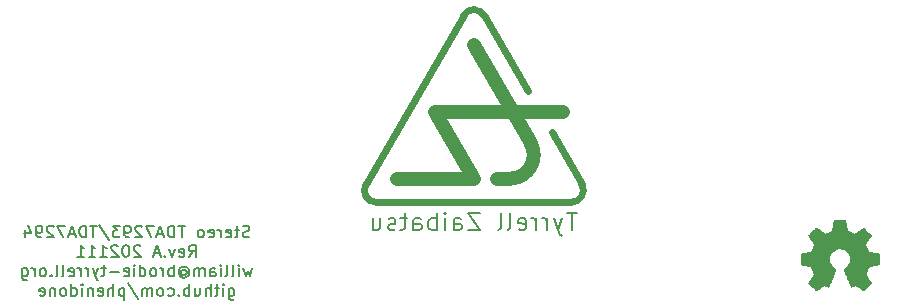
<source format=gbr>
G04 #@! TF.GenerationSoftware,KiCad,Pcbnew,5.1.5+dfsg1-2build2*
G04 #@! TF.CreationDate,2021-11-29T21:51:19+10:30*
G04 #@! TF.ProjectId,tda7293,74646137-3239-4332-9e6b-696361645f70,rev?*
G04 #@! TF.SameCoordinates,Original*
G04 #@! TF.FileFunction,Legend,Bot*
G04 #@! TF.FilePolarity,Positive*
%FSLAX46Y46*%
G04 Gerber Fmt 4.6, Leading zero omitted, Abs format (unit mm)*
G04 Created by KiCad (PCBNEW 5.1.5+dfsg1-2build2) date 2021-11-29 21:51:19*
%MOMM*%
%LPD*%
G04 APERTURE LIST*
%ADD10C,0.150000*%
%ADD11C,0.010000*%
%ADD12C,1.200000*%
%ADD13C,0.600000*%
%ADD14C,0.200000*%
G04 APERTURE END LIST*
D10*
X56023809Y-59429761D02*
X55880952Y-59477380D01*
X55642857Y-59477380D01*
X55547619Y-59429761D01*
X55500000Y-59382142D01*
X55452380Y-59286904D01*
X55452380Y-59191666D01*
X55500000Y-59096428D01*
X55547619Y-59048809D01*
X55642857Y-59001190D01*
X55833333Y-58953571D01*
X55928571Y-58905952D01*
X55976190Y-58858333D01*
X56023809Y-58763095D01*
X56023809Y-58667857D01*
X55976190Y-58572619D01*
X55928571Y-58525000D01*
X55833333Y-58477380D01*
X55595238Y-58477380D01*
X55452380Y-58525000D01*
X55166666Y-58810714D02*
X54785714Y-58810714D01*
X55023809Y-58477380D02*
X55023809Y-59334523D01*
X54976190Y-59429761D01*
X54880952Y-59477380D01*
X54785714Y-59477380D01*
X54071428Y-59429761D02*
X54166666Y-59477380D01*
X54357142Y-59477380D01*
X54452380Y-59429761D01*
X54500000Y-59334523D01*
X54500000Y-58953571D01*
X54452380Y-58858333D01*
X54357142Y-58810714D01*
X54166666Y-58810714D01*
X54071428Y-58858333D01*
X54023809Y-58953571D01*
X54023809Y-59048809D01*
X54500000Y-59144047D01*
X53595238Y-59477380D02*
X53595238Y-58810714D01*
X53595238Y-59001190D02*
X53547619Y-58905952D01*
X53500000Y-58858333D01*
X53404761Y-58810714D01*
X53309523Y-58810714D01*
X52595238Y-59429761D02*
X52690476Y-59477380D01*
X52880952Y-59477380D01*
X52976190Y-59429761D01*
X53023809Y-59334523D01*
X53023809Y-58953571D01*
X52976190Y-58858333D01*
X52880952Y-58810714D01*
X52690476Y-58810714D01*
X52595238Y-58858333D01*
X52547619Y-58953571D01*
X52547619Y-59048809D01*
X53023809Y-59144047D01*
X51976190Y-59477380D02*
X52071428Y-59429761D01*
X52119047Y-59382142D01*
X52166666Y-59286904D01*
X52166666Y-59001190D01*
X52119047Y-58905952D01*
X52071428Y-58858333D01*
X51976190Y-58810714D01*
X51833333Y-58810714D01*
X51738095Y-58858333D01*
X51690476Y-58905952D01*
X51642857Y-59001190D01*
X51642857Y-59286904D01*
X51690476Y-59382142D01*
X51738095Y-59429761D01*
X51833333Y-59477380D01*
X51976190Y-59477380D01*
X50595238Y-58477380D02*
X50023809Y-58477380D01*
X50309523Y-59477380D02*
X50309523Y-58477380D01*
X49690476Y-59477380D02*
X49690476Y-58477380D01*
X49452380Y-58477380D01*
X49309523Y-58525000D01*
X49214285Y-58620238D01*
X49166666Y-58715476D01*
X49119047Y-58905952D01*
X49119047Y-59048809D01*
X49166666Y-59239285D01*
X49214285Y-59334523D01*
X49309523Y-59429761D01*
X49452380Y-59477380D01*
X49690476Y-59477380D01*
X48738095Y-59191666D02*
X48261904Y-59191666D01*
X48833333Y-59477380D02*
X48500000Y-58477380D01*
X48166666Y-59477380D01*
X47928571Y-58477380D02*
X47261904Y-58477380D01*
X47690476Y-59477380D01*
X46928571Y-58572619D02*
X46880952Y-58525000D01*
X46785714Y-58477380D01*
X46547619Y-58477380D01*
X46452380Y-58525000D01*
X46404761Y-58572619D01*
X46357142Y-58667857D01*
X46357142Y-58763095D01*
X46404761Y-58905952D01*
X46976190Y-59477380D01*
X46357142Y-59477380D01*
X45880952Y-59477380D02*
X45690476Y-59477380D01*
X45595238Y-59429761D01*
X45547619Y-59382142D01*
X45452380Y-59239285D01*
X45404761Y-59048809D01*
X45404761Y-58667857D01*
X45452380Y-58572619D01*
X45500000Y-58525000D01*
X45595238Y-58477380D01*
X45785714Y-58477380D01*
X45880952Y-58525000D01*
X45928571Y-58572619D01*
X45976190Y-58667857D01*
X45976190Y-58905952D01*
X45928571Y-59001190D01*
X45880952Y-59048809D01*
X45785714Y-59096428D01*
X45595238Y-59096428D01*
X45500000Y-59048809D01*
X45452380Y-59001190D01*
X45404761Y-58905952D01*
X45071428Y-58477380D02*
X44452380Y-58477380D01*
X44785714Y-58858333D01*
X44642857Y-58858333D01*
X44547619Y-58905952D01*
X44500000Y-58953571D01*
X44452380Y-59048809D01*
X44452380Y-59286904D01*
X44500000Y-59382142D01*
X44547619Y-59429761D01*
X44642857Y-59477380D01*
X44928571Y-59477380D01*
X45023809Y-59429761D01*
X45071428Y-59382142D01*
X43309523Y-58429761D02*
X44166666Y-59715476D01*
X43119047Y-58477380D02*
X42547619Y-58477380D01*
X42833333Y-59477380D02*
X42833333Y-58477380D01*
X42214285Y-59477380D02*
X42214285Y-58477380D01*
X41976190Y-58477380D01*
X41833333Y-58525000D01*
X41738095Y-58620238D01*
X41690476Y-58715476D01*
X41642857Y-58905952D01*
X41642857Y-59048809D01*
X41690476Y-59239285D01*
X41738095Y-59334523D01*
X41833333Y-59429761D01*
X41976190Y-59477380D01*
X42214285Y-59477380D01*
X41261904Y-59191666D02*
X40785714Y-59191666D01*
X41357142Y-59477380D02*
X41023809Y-58477380D01*
X40690476Y-59477380D01*
X40452380Y-58477380D02*
X39785714Y-58477380D01*
X40214285Y-59477380D01*
X39452380Y-58572619D02*
X39404761Y-58525000D01*
X39309523Y-58477380D01*
X39071428Y-58477380D01*
X38976190Y-58525000D01*
X38928571Y-58572619D01*
X38880952Y-58667857D01*
X38880952Y-58763095D01*
X38928571Y-58905952D01*
X39500000Y-59477380D01*
X38880952Y-59477380D01*
X38404761Y-59477380D02*
X38214285Y-59477380D01*
X38119047Y-59429761D01*
X38071428Y-59382142D01*
X37976190Y-59239285D01*
X37928571Y-59048809D01*
X37928571Y-58667857D01*
X37976190Y-58572619D01*
X38023809Y-58525000D01*
X38119047Y-58477380D01*
X38309523Y-58477380D01*
X38404761Y-58525000D01*
X38452380Y-58572619D01*
X38500000Y-58667857D01*
X38500000Y-58905952D01*
X38452380Y-59001190D01*
X38404761Y-59048809D01*
X38309523Y-59096428D01*
X38119047Y-59096428D01*
X38023809Y-59048809D01*
X37976190Y-59001190D01*
X37928571Y-58905952D01*
X37071428Y-58810714D02*
X37071428Y-59477380D01*
X37309523Y-58429761D02*
X37547619Y-59144047D01*
X36928571Y-59144047D01*
X50904761Y-61127380D02*
X51238095Y-60651190D01*
X51476190Y-61127380D02*
X51476190Y-60127380D01*
X51095238Y-60127380D01*
X51000000Y-60175000D01*
X50952380Y-60222619D01*
X50904761Y-60317857D01*
X50904761Y-60460714D01*
X50952380Y-60555952D01*
X51000000Y-60603571D01*
X51095238Y-60651190D01*
X51476190Y-60651190D01*
X50095238Y-61079761D02*
X50190476Y-61127380D01*
X50380952Y-61127380D01*
X50476190Y-61079761D01*
X50523809Y-60984523D01*
X50523809Y-60603571D01*
X50476190Y-60508333D01*
X50380952Y-60460714D01*
X50190476Y-60460714D01*
X50095238Y-60508333D01*
X50047619Y-60603571D01*
X50047619Y-60698809D01*
X50523809Y-60794047D01*
X49714285Y-60460714D02*
X49476190Y-61127380D01*
X49238095Y-60460714D01*
X48857142Y-61032142D02*
X48809523Y-61079761D01*
X48857142Y-61127380D01*
X48904761Y-61079761D01*
X48857142Y-61032142D01*
X48857142Y-61127380D01*
X48428571Y-60841666D02*
X47952380Y-60841666D01*
X48523809Y-61127380D02*
X48190476Y-60127380D01*
X47857142Y-61127380D01*
X46809523Y-60222619D02*
X46761904Y-60175000D01*
X46666666Y-60127380D01*
X46428571Y-60127380D01*
X46333333Y-60175000D01*
X46285714Y-60222619D01*
X46238095Y-60317857D01*
X46238095Y-60413095D01*
X46285714Y-60555952D01*
X46857142Y-61127380D01*
X46238095Y-61127380D01*
X45619047Y-60127380D02*
X45523809Y-60127380D01*
X45428571Y-60175000D01*
X45380952Y-60222619D01*
X45333333Y-60317857D01*
X45285714Y-60508333D01*
X45285714Y-60746428D01*
X45333333Y-60936904D01*
X45380952Y-61032142D01*
X45428571Y-61079761D01*
X45523809Y-61127380D01*
X45619047Y-61127380D01*
X45714285Y-61079761D01*
X45761904Y-61032142D01*
X45809523Y-60936904D01*
X45857142Y-60746428D01*
X45857142Y-60508333D01*
X45809523Y-60317857D01*
X45761904Y-60222619D01*
X45714285Y-60175000D01*
X45619047Y-60127380D01*
X44904761Y-60222619D02*
X44857142Y-60175000D01*
X44761904Y-60127380D01*
X44523809Y-60127380D01*
X44428571Y-60175000D01*
X44380952Y-60222619D01*
X44333333Y-60317857D01*
X44333333Y-60413095D01*
X44380952Y-60555952D01*
X44952380Y-61127380D01*
X44333333Y-61127380D01*
X43380952Y-61127380D02*
X43952380Y-61127380D01*
X43666666Y-61127380D02*
X43666666Y-60127380D01*
X43761904Y-60270238D01*
X43857142Y-60365476D01*
X43952380Y-60413095D01*
X42428571Y-61127380D02*
X43000000Y-61127380D01*
X42714285Y-61127380D02*
X42714285Y-60127380D01*
X42809523Y-60270238D01*
X42904761Y-60365476D01*
X43000000Y-60413095D01*
X41476190Y-61127380D02*
X42047619Y-61127380D01*
X41761904Y-61127380D02*
X41761904Y-60127380D01*
X41857142Y-60270238D01*
X41952380Y-60365476D01*
X42047619Y-60413095D01*
X56285714Y-62110714D02*
X56095238Y-62777380D01*
X55904761Y-62301190D01*
X55714285Y-62777380D01*
X55523809Y-62110714D01*
X55142857Y-62777380D02*
X55142857Y-62110714D01*
X55142857Y-61777380D02*
X55190476Y-61825000D01*
X55142857Y-61872619D01*
X55095238Y-61825000D01*
X55142857Y-61777380D01*
X55142857Y-61872619D01*
X54523809Y-62777380D02*
X54619047Y-62729761D01*
X54666666Y-62634523D01*
X54666666Y-61777380D01*
X54000000Y-62777380D02*
X54095238Y-62729761D01*
X54142857Y-62634523D01*
X54142857Y-61777380D01*
X53619047Y-62777380D02*
X53619047Y-62110714D01*
X53619047Y-61777380D02*
X53666666Y-61825000D01*
X53619047Y-61872619D01*
X53571428Y-61825000D01*
X53619047Y-61777380D01*
X53619047Y-61872619D01*
X52714285Y-62777380D02*
X52714285Y-62253571D01*
X52761904Y-62158333D01*
X52857142Y-62110714D01*
X53047619Y-62110714D01*
X53142857Y-62158333D01*
X52714285Y-62729761D02*
X52809523Y-62777380D01*
X53047619Y-62777380D01*
X53142857Y-62729761D01*
X53190476Y-62634523D01*
X53190476Y-62539285D01*
X53142857Y-62444047D01*
X53047619Y-62396428D01*
X52809523Y-62396428D01*
X52714285Y-62348809D01*
X52238095Y-62777380D02*
X52238095Y-62110714D01*
X52238095Y-62205952D02*
X52190476Y-62158333D01*
X52095238Y-62110714D01*
X51952380Y-62110714D01*
X51857142Y-62158333D01*
X51809523Y-62253571D01*
X51809523Y-62777380D01*
X51809523Y-62253571D02*
X51761904Y-62158333D01*
X51666666Y-62110714D01*
X51523809Y-62110714D01*
X51428571Y-62158333D01*
X51380952Y-62253571D01*
X51380952Y-62777380D01*
X50285714Y-62301190D02*
X50333333Y-62253571D01*
X50428571Y-62205952D01*
X50523809Y-62205952D01*
X50619047Y-62253571D01*
X50666666Y-62301190D01*
X50714285Y-62396428D01*
X50714285Y-62491666D01*
X50666666Y-62586904D01*
X50619047Y-62634523D01*
X50523809Y-62682142D01*
X50428571Y-62682142D01*
X50333333Y-62634523D01*
X50285714Y-62586904D01*
X50285714Y-62205952D02*
X50285714Y-62586904D01*
X50238095Y-62634523D01*
X50190476Y-62634523D01*
X50095238Y-62586904D01*
X50047619Y-62491666D01*
X50047619Y-62253571D01*
X50142857Y-62110714D01*
X50285714Y-62015476D01*
X50476190Y-61967857D01*
X50666666Y-62015476D01*
X50809523Y-62110714D01*
X50904761Y-62253571D01*
X50952380Y-62444047D01*
X50904761Y-62634523D01*
X50809523Y-62777380D01*
X50666666Y-62872619D01*
X50476190Y-62920238D01*
X50285714Y-62872619D01*
X50142857Y-62777380D01*
X49619047Y-62777380D02*
X49619047Y-61777380D01*
X49619047Y-62158333D02*
X49523809Y-62110714D01*
X49333333Y-62110714D01*
X49238095Y-62158333D01*
X49190476Y-62205952D01*
X49142857Y-62301190D01*
X49142857Y-62586904D01*
X49190476Y-62682142D01*
X49238095Y-62729761D01*
X49333333Y-62777380D01*
X49523809Y-62777380D01*
X49619047Y-62729761D01*
X48714285Y-62777380D02*
X48714285Y-62110714D01*
X48714285Y-62301190D02*
X48666666Y-62205952D01*
X48619047Y-62158333D01*
X48523809Y-62110714D01*
X48428571Y-62110714D01*
X47952380Y-62777380D02*
X48047619Y-62729761D01*
X48095238Y-62682142D01*
X48142857Y-62586904D01*
X48142857Y-62301190D01*
X48095238Y-62205952D01*
X48047619Y-62158333D01*
X47952380Y-62110714D01*
X47809523Y-62110714D01*
X47714285Y-62158333D01*
X47666666Y-62205952D01*
X47619047Y-62301190D01*
X47619047Y-62586904D01*
X47666666Y-62682142D01*
X47714285Y-62729761D01*
X47809523Y-62777380D01*
X47952380Y-62777380D01*
X46761904Y-62777380D02*
X46761904Y-61777380D01*
X46761904Y-62729761D02*
X46857142Y-62777380D01*
X47047619Y-62777380D01*
X47142857Y-62729761D01*
X47190476Y-62682142D01*
X47238095Y-62586904D01*
X47238095Y-62301190D01*
X47190476Y-62205952D01*
X47142857Y-62158333D01*
X47047619Y-62110714D01*
X46857142Y-62110714D01*
X46761904Y-62158333D01*
X46285714Y-62777380D02*
X46285714Y-62110714D01*
X46285714Y-61777380D02*
X46333333Y-61825000D01*
X46285714Y-61872619D01*
X46238095Y-61825000D01*
X46285714Y-61777380D01*
X46285714Y-61872619D01*
X45428571Y-62729761D02*
X45523809Y-62777380D01*
X45714285Y-62777380D01*
X45809523Y-62729761D01*
X45857142Y-62634523D01*
X45857142Y-62253571D01*
X45809523Y-62158333D01*
X45714285Y-62110714D01*
X45523809Y-62110714D01*
X45428571Y-62158333D01*
X45380952Y-62253571D01*
X45380952Y-62348809D01*
X45857142Y-62444047D01*
X44952380Y-62396428D02*
X44190476Y-62396428D01*
X43857142Y-62110714D02*
X43476190Y-62110714D01*
X43714285Y-61777380D02*
X43714285Y-62634523D01*
X43666666Y-62729761D01*
X43571428Y-62777380D01*
X43476190Y-62777380D01*
X43238095Y-62110714D02*
X43000000Y-62777380D01*
X42761904Y-62110714D02*
X43000000Y-62777380D01*
X43095238Y-63015476D01*
X43142857Y-63063095D01*
X43238095Y-63110714D01*
X42380952Y-62777380D02*
X42380952Y-62110714D01*
X42380952Y-62301190D02*
X42333333Y-62205952D01*
X42285714Y-62158333D01*
X42190476Y-62110714D01*
X42095238Y-62110714D01*
X41761904Y-62777380D02*
X41761904Y-62110714D01*
X41761904Y-62301190D02*
X41714285Y-62205952D01*
X41666666Y-62158333D01*
X41571428Y-62110714D01*
X41476190Y-62110714D01*
X40761904Y-62729761D02*
X40857142Y-62777380D01*
X41047619Y-62777380D01*
X41142857Y-62729761D01*
X41190476Y-62634523D01*
X41190476Y-62253571D01*
X41142857Y-62158333D01*
X41047619Y-62110714D01*
X40857142Y-62110714D01*
X40761904Y-62158333D01*
X40714285Y-62253571D01*
X40714285Y-62348809D01*
X41190476Y-62444047D01*
X40142857Y-62777380D02*
X40238095Y-62729761D01*
X40285714Y-62634523D01*
X40285714Y-61777380D01*
X39619047Y-62777380D02*
X39714285Y-62729761D01*
X39761904Y-62634523D01*
X39761904Y-61777380D01*
X39238095Y-62682142D02*
X39190476Y-62729761D01*
X39238095Y-62777380D01*
X39285714Y-62729761D01*
X39238095Y-62682142D01*
X39238095Y-62777380D01*
X38619047Y-62777380D02*
X38714285Y-62729761D01*
X38761904Y-62682142D01*
X38809523Y-62586904D01*
X38809523Y-62301190D01*
X38761904Y-62205952D01*
X38714285Y-62158333D01*
X38619047Y-62110714D01*
X38476190Y-62110714D01*
X38380952Y-62158333D01*
X38333333Y-62205952D01*
X38285714Y-62301190D01*
X38285714Y-62586904D01*
X38333333Y-62682142D01*
X38380952Y-62729761D01*
X38476190Y-62777380D01*
X38619047Y-62777380D01*
X37857142Y-62777380D02*
X37857142Y-62110714D01*
X37857142Y-62301190D02*
X37809523Y-62205952D01*
X37761904Y-62158333D01*
X37666666Y-62110714D01*
X37571428Y-62110714D01*
X36809523Y-62110714D02*
X36809523Y-62920238D01*
X36857142Y-63015476D01*
X36904761Y-63063095D01*
X37000000Y-63110714D01*
X37142857Y-63110714D01*
X37238095Y-63063095D01*
X36809523Y-62729761D02*
X36904761Y-62777380D01*
X37095238Y-62777380D01*
X37190476Y-62729761D01*
X37238095Y-62682142D01*
X37285714Y-62586904D01*
X37285714Y-62301190D01*
X37238095Y-62205952D01*
X37190476Y-62158333D01*
X37095238Y-62110714D01*
X36904761Y-62110714D01*
X36809523Y-62158333D01*
X54285714Y-63760714D02*
X54285714Y-64570238D01*
X54333333Y-64665476D01*
X54380952Y-64713095D01*
X54476190Y-64760714D01*
X54619047Y-64760714D01*
X54714285Y-64713095D01*
X54285714Y-64379761D02*
X54380952Y-64427380D01*
X54571428Y-64427380D01*
X54666666Y-64379761D01*
X54714285Y-64332142D01*
X54761904Y-64236904D01*
X54761904Y-63951190D01*
X54714285Y-63855952D01*
X54666666Y-63808333D01*
X54571428Y-63760714D01*
X54380952Y-63760714D01*
X54285714Y-63808333D01*
X53809523Y-64427380D02*
X53809523Y-63760714D01*
X53809523Y-63427380D02*
X53857142Y-63475000D01*
X53809523Y-63522619D01*
X53761904Y-63475000D01*
X53809523Y-63427380D01*
X53809523Y-63522619D01*
X53476190Y-63760714D02*
X53095238Y-63760714D01*
X53333333Y-63427380D02*
X53333333Y-64284523D01*
X53285714Y-64379761D01*
X53190476Y-64427380D01*
X53095238Y-64427380D01*
X52761904Y-64427380D02*
X52761904Y-63427380D01*
X52333333Y-64427380D02*
X52333333Y-63903571D01*
X52380952Y-63808333D01*
X52476190Y-63760714D01*
X52619047Y-63760714D01*
X52714285Y-63808333D01*
X52761904Y-63855952D01*
X51428571Y-63760714D02*
X51428571Y-64427380D01*
X51857142Y-63760714D02*
X51857142Y-64284523D01*
X51809523Y-64379761D01*
X51714285Y-64427380D01*
X51571428Y-64427380D01*
X51476190Y-64379761D01*
X51428571Y-64332142D01*
X50952380Y-64427380D02*
X50952380Y-63427380D01*
X50952380Y-63808333D02*
X50857142Y-63760714D01*
X50666666Y-63760714D01*
X50571428Y-63808333D01*
X50523809Y-63855952D01*
X50476190Y-63951190D01*
X50476190Y-64236904D01*
X50523809Y-64332142D01*
X50571428Y-64379761D01*
X50666666Y-64427380D01*
X50857142Y-64427380D01*
X50952380Y-64379761D01*
X50047619Y-64332142D02*
X50000000Y-64379761D01*
X50047619Y-64427380D01*
X50095238Y-64379761D01*
X50047619Y-64332142D01*
X50047619Y-64427380D01*
X49142857Y-64379761D02*
X49238095Y-64427380D01*
X49428571Y-64427380D01*
X49523809Y-64379761D01*
X49571428Y-64332142D01*
X49619047Y-64236904D01*
X49619047Y-63951190D01*
X49571428Y-63855952D01*
X49523809Y-63808333D01*
X49428571Y-63760714D01*
X49238095Y-63760714D01*
X49142857Y-63808333D01*
X48571428Y-64427380D02*
X48666666Y-64379761D01*
X48714285Y-64332142D01*
X48761904Y-64236904D01*
X48761904Y-63951190D01*
X48714285Y-63855952D01*
X48666666Y-63808333D01*
X48571428Y-63760714D01*
X48428571Y-63760714D01*
X48333333Y-63808333D01*
X48285714Y-63855952D01*
X48238095Y-63951190D01*
X48238095Y-64236904D01*
X48285714Y-64332142D01*
X48333333Y-64379761D01*
X48428571Y-64427380D01*
X48571428Y-64427380D01*
X47809523Y-64427380D02*
X47809523Y-63760714D01*
X47809523Y-63855952D02*
X47761904Y-63808333D01*
X47666666Y-63760714D01*
X47523809Y-63760714D01*
X47428571Y-63808333D01*
X47380952Y-63903571D01*
X47380952Y-64427380D01*
X47380952Y-63903571D02*
X47333333Y-63808333D01*
X47238095Y-63760714D01*
X47095238Y-63760714D01*
X47000000Y-63808333D01*
X46952380Y-63903571D01*
X46952380Y-64427380D01*
X45761904Y-63379761D02*
X46619047Y-64665476D01*
X45428571Y-63760714D02*
X45428571Y-64760714D01*
X45428571Y-63808333D02*
X45333333Y-63760714D01*
X45142857Y-63760714D01*
X45047619Y-63808333D01*
X45000000Y-63855952D01*
X44952380Y-63951190D01*
X44952380Y-64236904D01*
X45000000Y-64332142D01*
X45047619Y-64379761D01*
X45142857Y-64427380D01*
X45333333Y-64427380D01*
X45428571Y-64379761D01*
X44523809Y-64427380D02*
X44523809Y-63427380D01*
X44095238Y-64427380D02*
X44095238Y-63903571D01*
X44142857Y-63808333D01*
X44238095Y-63760714D01*
X44380952Y-63760714D01*
X44476190Y-63808333D01*
X44523809Y-63855952D01*
X43238095Y-64379761D02*
X43333333Y-64427380D01*
X43523809Y-64427380D01*
X43619047Y-64379761D01*
X43666666Y-64284523D01*
X43666666Y-63903571D01*
X43619047Y-63808333D01*
X43523809Y-63760714D01*
X43333333Y-63760714D01*
X43238095Y-63808333D01*
X43190476Y-63903571D01*
X43190476Y-63998809D01*
X43666666Y-64094047D01*
X42761904Y-63760714D02*
X42761904Y-64427380D01*
X42761904Y-63855952D02*
X42714285Y-63808333D01*
X42619047Y-63760714D01*
X42476190Y-63760714D01*
X42380952Y-63808333D01*
X42333333Y-63903571D01*
X42333333Y-64427380D01*
X41857142Y-64427380D02*
X41857142Y-63760714D01*
X41857142Y-63427380D02*
X41904761Y-63475000D01*
X41857142Y-63522619D01*
X41809523Y-63475000D01*
X41857142Y-63427380D01*
X41857142Y-63522619D01*
X40952380Y-64427380D02*
X40952380Y-63427380D01*
X40952380Y-64379761D02*
X41047619Y-64427380D01*
X41238095Y-64427380D01*
X41333333Y-64379761D01*
X41380952Y-64332142D01*
X41428571Y-64236904D01*
X41428571Y-63951190D01*
X41380952Y-63855952D01*
X41333333Y-63808333D01*
X41238095Y-63760714D01*
X41047619Y-63760714D01*
X40952380Y-63808333D01*
X40333333Y-64427380D02*
X40428571Y-64379761D01*
X40476190Y-64332142D01*
X40523809Y-64236904D01*
X40523809Y-63951190D01*
X40476190Y-63855952D01*
X40428571Y-63808333D01*
X40333333Y-63760714D01*
X40190476Y-63760714D01*
X40095238Y-63808333D01*
X40047619Y-63855952D01*
X40000000Y-63951190D01*
X40000000Y-64236904D01*
X40047619Y-64332142D01*
X40095238Y-64379761D01*
X40190476Y-64427380D01*
X40333333Y-64427380D01*
X39571428Y-63760714D02*
X39571428Y-64427380D01*
X39571428Y-63855952D02*
X39523809Y-63808333D01*
X39428571Y-63760714D01*
X39285714Y-63760714D01*
X39190476Y-63808333D01*
X39142857Y-63903571D01*
X39142857Y-64427380D01*
X38285714Y-64379761D02*
X38380952Y-64427380D01*
X38571428Y-64427380D01*
X38666666Y-64379761D01*
X38714285Y-64284523D01*
X38714285Y-63903571D01*
X38666666Y-63808333D01*
X38571428Y-63760714D01*
X38380952Y-63760714D01*
X38285714Y-63808333D01*
X38238095Y-63903571D01*
X38238095Y-63998809D01*
X38714285Y-64094047D01*
D11*
G36*
X106555814Y-58468931D02*
G01*
X106639635Y-58913555D01*
X106948920Y-59041053D01*
X107258206Y-59168551D01*
X107629246Y-58916246D01*
X107733157Y-58845996D01*
X107827087Y-58783272D01*
X107906652Y-58730938D01*
X107967470Y-58691857D01*
X108005157Y-58668893D01*
X108015421Y-58663942D01*
X108033910Y-58676676D01*
X108073420Y-58711882D01*
X108129522Y-58765062D01*
X108197787Y-58831718D01*
X108273786Y-58907354D01*
X108353092Y-58987472D01*
X108431275Y-59067574D01*
X108503907Y-59143164D01*
X108566559Y-59209745D01*
X108614803Y-59262818D01*
X108644210Y-59297887D01*
X108651241Y-59309623D01*
X108641123Y-59331260D01*
X108612759Y-59378662D01*
X108569129Y-59447193D01*
X108513218Y-59532215D01*
X108448006Y-59629093D01*
X108410219Y-59684350D01*
X108341343Y-59785248D01*
X108280140Y-59876299D01*
X108229578Y-59952970D01*
X108192628Y-60010728D01*
X108172258Y-60045043D01*
X108169197Y-60052254D01*
X108176136Y-60072748D01*
X108195051Y-60120513D01*
X108223087Y-60188832D01*
X108257391Y-60270989D01*
X108295109Y-60360270D01*
X108333387Y-60449958D01*
X108369370Y-60533338D01*
X108400206Y-60603694D01*
X108423039Y-60654310D01*
X108435017Y-60678471D01*
X108435724Y-60679422D01*
X108454531Y-60684036D01*
X108504618Y-60694328D01*
X108580793Y-60709287D01*
X108677865Y-60727901D01*
X108790643Y-60749159D01*
X108856442Y-60761418D01*
X108976950Y-60784362D01*
X109085797Y-60806195D01*
X109177476Y-60825722D01*
X109246481Y-60841748D01*
X109287304Y-60853079D01*
X109295511Y-60856674D01*
X109303548Y-60881006D01*
X109310033Y-60935959D01*
X109314970Y-61015108D01*
X109318364Y-61112026D01*
X109320218Y-61220287D01*
X109320538Y-61333465D01*
X109319327Y-61445135D01*
X109316590Y-61548868D01*
X109312331Y-61638241D01*
X109306555Y-61706826D01*
X109299267Y-61748197D01*
X109294895Y-61756810D01*
X109268764Y-61767133D01*
X109213393Y-61781892D01*
X109136107Y-61799352D01*
X109044230Y-61817780D01*
X109012158Y-61823741D01*
X108857524Y-61852066D01*
X108735375Y-61874876D01*
X108641673Y-61893080D01*
X108572384Y-61907583D01*
X108523471Y-61919292D01*
X108490897Y-61929115D01*
X108470628Y-61937956D01*
X108458626Y-61946724D01*
X108456947Y-61948457D01*
X108440184Y-61976371D01*
X108414614Y-62030695D01*
X108382788Y-62104777D01*
X108347260Y-62191965D01*
X108310583Y-62285608D01*
X108275311Y-62379052D01*
X108243996Y-62465647D01*
X108219193Y-62538740D01*
X108203454Y-62591678D01*
X108199332Y-62617811D01*
X108199676Y-62618726D01*
X108213641Y-62640086D01*
X108245322Y-62687084D01*
X108291391Y-62754827D01*
X108348518Y-62838423D01*
X108413373Y-62932982D01*
X108431843Y-62959854D01*
X108497699Y-63057275D01*
X108555650Y-63146163D01*
X108602538Y-63221412D01*
X108635207Y-63277920D01*
X108650500Y-63310581D01*
X108651241Y-63314593D01*
X108638392Y-63335684D01*
X108602888Y-63377464D01*
X108549293Y-63435445D01*
X108482171Y-63505135D01*
X108406087Y-63582045D01*
X108325604Y-63661683D01*
X108245287Y-63739561D01*
X108169699Y-63811186D01*
X108103405Y-63872070D01*
X108050969Y-63917721D01*
X108016955Y-63943650D01*
X108007545Y-63947883D01*
X107985643Y-63937912D01*
X107940800Y-63911020D01*
X107880321Y-63871736D01*
X107833789Y-63840117D01*
X107749475Y-63782098D01*
X107649626Y-63713784D01*
X107549473Y-63645579D01*
X107495627Y-63609075D01*
X107313371Y-63485800D01*
X107160381Y-63568520D01*
X107090682Y-63604759D01*
X107031414Y-63632926D01*
X106991311Y-63648991D01*
X106981103Y-63651226D01*
X106968829Y-63634722D01*
X106944613Y-63588082D01*
X106910263Y-63515609D01*
X106867588Y-63421606D01*
X106818394Y-63310374D01*
X106764490Y-63186215D01*
X106707684Y-63053432D01*
X106649782Y-62916327D01*
X106592593Y-62779202D01*
X106537924Y-62646358D01*
X106487584Y-62522098D01*
X106443380Y-62410725D01*
X106407119Y-62316539D01*
X106380609Y-62243844D01*
X106365658Y-62196941D01*
X106363254Y-62180833D01*
X106382311Y-62160286D01*
X106424036Y-62126933D01*
X106479706Y-62087702D01*
X106484378Y-62084599D01*
X106628264Y-61969423D01*
X106744283Y-61835053D01*
X106831430Y-61685784D01*
X106888699Y-61525913D01*
X106915086Y-61359737D01*
X106909585Y-61191552D01*
X106871190Y-61025655D01*
X106798895Y-60866342D01*
X106777626Y-60831487D01*
X106666996Y-60690737D01*
X106536302Y-60577714D01*
X106390064Y-60493003D01*
X106232808Y-60437194D01*
X106069057Y-60410874D01*
X105903333Y-60414630D01*
X105740162Y-60449050D01*
X105584065Y-60514723D01*
X105439567Y-60612235D01*
X105394869Y-60651813D01*
X105281112Y-60775703D01*
X105198218Y-60906124D01*
X105141356Y-61052315D01*
X105109687Y-61197088D01*
X105101869Y-61359860D01*
X105127938Y-61523440D01*
X105185245Y-61682298D01*
X105271144Y-61830906D01*
X105382986Y-61963735D01*
X105518123Y-62075256D01*
X105535883Y-62087011D01*
X105592150Y-62125508D01*
X105634923Y-62158863D01*
X105655372Y-62180160D01*
X105655669Y-62180833D01*
X105651279Y-62203871D01*
X105633876Y-62256157D01*
X105605268Y-62333390D01*
X105567265Y-62431268D01*
X105521674Y-62545491D01*
X105470303Y-62671758D01*
X105414962Y-62805767D01*
X105357458Y-62943218D01*
X105299601Y-63079808D01*
X105243198Y-63211237D01*
X105190058Y-63333205D01*
X105141990Y-63441409D01*
X105100801Y-63531549D01*
X105068301Y-63599323D01*
X105046297Y-63640430D01*
X105037436Y-63651226D01*
X105010360Y-63642819D01*
X104959697Y-63620272D01*
X104894183Y-63587613D01*
X104858159Y-63568520D01*
X104705168Y-63485800D01*
X104522912Y-63609075D01*
X104429875Y-63672228D01*
X104328015Y-63741727D01*
X104232562Y-63807165D01*
X104184750Y-63840117D01*
X104117505Y-63885273D01*
X104060564Y-63921057D01*
X104021354Y-63942938D01*
X104008619Y-63947563D01*
X103990083Y-63935085D01*
X103949059Y-63900252D01*
X103889525Y-63846678D01*
X103815458Y-63777983D01*
X103730835Y-63697781D01*
X103677315Y-63646286D01*
X103583681Y-63554286D01*
X103502759Y-63471999D01*
X103437823Y-63402945D01*
X103392142Y-63350644D01*
X103368989Y-63318616D01*
X103366768Y-63312116D01*
X103377076Y-63287394D01*
X103405561Y-63237405D01*
X103449063Y-63167212D01*
X103504423Y-63081875D01*
X103568480Y-62986456D01*
X103586697Y-62959854D01*
X103653073Y-62863167D01*
X103712622Y-62776117D01*
X103762016Y-62703595D01*
X103797925Y-62650493D01*
X103817019Y-62621703D01*
X103818864Y-62618726D01*
X103816105Y-62595782D01*
X103801462Y-62545336D01*
X103777487Y-62474041D01*
X103746734Y-62388547D01*
X103711756Y-62295507D01*
X103675107Y-62201574D01*
X103639339Y-62113399D01*
X103607006Y-62037634D01*
X103580662Y-61980931D01*
X103562858Y-61949943D01*
X103561593Y-61948457D01*
X103550706Y-61939601D01*
X103532318Y-61930843D01*
X103502394Y-61921277D01*
X103456897Y-61909996D01*
X103391791Y-61896093D01*
X103303039Y-61878663D01*
X103186607Y-61856798D01*
X103038458Y-61829591D01*
X103006382Y-61823741D01*
X102911314Y-61805374D01*
X102828435Y-61787405D01*
X102765070Y-61771569D01*
X102728542Y-61759600D01*
X102723644Y-61756810D01*
X102715573Y-61732072D01*
X102709013Y-61676790D01*
X102703967Y-61597389D01*
X102700441Y-61500296D01*
X102698439Y-61391938D01*
X102697964Y-61278740D01*
X102699023Y-61167128D01*
X102701618Y-61063529D01*
X102705754Y-60974368D01*
X102711437Y-60906072D01*
X102718669Y-60865066D01*
X102723029Y-60856674D01*
X102747302Y-60848208D01*
X102802574Y-60834435D01*
X102883338Y-60816550D01*
X102984088Y-60795748D01*
X103099317Y-60773223D01*
X103162098Y-60761418D01*
X103281213Y-60739151D01*
X103387435Y-60718979D01*
X103475573Y-60701915D01*
X103540434Y-60688969D01*
X103576826Y-60681155D01*
X103582816Y-60679422D01*
X103592939Y-60659890D01*
X103614338Y-60612843D01*
X103644161Y-60545003D01*
X103679555Y-60463091D01*
X103717668Y-60373828D01*
X103755647Y-60283935D01*
X103790640Y-60200135D01*
X103819794Y-60129147D01*
X103840257Y-60077694D01*
X103849177Y-60052497D01*
X103849343Y-60051396D01*
X103839231Y-60031519D01*
X103810883Y-59985777D01*
X103767277Y-59918717D01*
X103711394Y-59834884D01*
X103646213Y-59738826D01*
X103608321Y-59683650D01*
X103539275Y-59582481D01*
X103477950Y-59490630D01*
X103427337Y-59412744D01*
X103390429Y-59353469D01*
X103370218Y-59317451D01*
X103367299Y-59309377D01*
X103379847Y-59290584D01*
X103414537Y-59250457D01*
X103466937Y-59193493D01*
X103532616Y-59124185D01*
X103607144Y-59047031D01*
X103686087Y-58966525D01*
X103765017Y-58887163D01*
X103839500Y-58813440D01*
X103905106Y-58749852D01*
X103957404Y-58700894D01*
X103991961Y-58671061D01*
X104003522Y-58663942D01*
X104022346Y-58673953D01*
X104067369Y-58702078D01*
X104134213Y-58745454D01*
X104218501Y-58801218D01*
X104315856Y-58866506D01*
X104389293Y-58916246D01*
X104760333Y-59168551D01*
X105378905Y-58913555D01*
X105462725Y-58468931D01*
X105546546Y-58024307D01*
X106471994Y-58024307D01*
X106555814Y-58468931D01*
G37*
X106555814Y-58468931D02*
X106639635Y-58913555D01*
X106948920Y-59041053D01*
X107258206Y-59168551D01*
X107629246Y-58916246D01*
X107733157Y-58845996D01*
X107827087Y-58783272D01*
X107906652Y-58730938D01*
X107967470Y-58691857D01*
X108005157Y-58668893D01*
X108015421Y-58663942D01*
X108033910Y-58676676D01*
X108073420Y-58711882D01*
X108129522Y-58765062D01*
X108197787Y-58831718D01*
X108273786Y-58907354D01*
X108353092Y-58987472D01*
X108431275Y-59067574D01*
X108503907Y-59143164D01*
X108566559Y-59209745D01*
X108614803Y-59262818D01*
X108644210Y-59297887D01*
X108651241Y-59309623D01*
X108641123Y-59331260D01*
X108612759Y-59378662D01*
X108569129Y-59447193D01*
X108513218Y-59532215D01*
X108448006Y-59629093D01*
X108410219Y-59684350D01*
X108341343Y-59785248D01*
X108280140Y-59876299D01*
X108229578Y-59952970D01*
X108192628Y-60010728D01*
X108172258Y-60045043D01*
X108169197Y-60052254D01*
X108176136Y-60072748D01*
X108195051Y-60120513D01*
X108223087Y-60188832D01*
X108257391Y-60270989D01*
X108295109Y-60360270D01*
X108333387Y-60449958D01*
X108369370Y-60533338D01*
X108400206Y-60603694D01*
X108423039Y-60654310D01*
X108435017Y-60678471D01*
X108435724Y-60679422D01*
X108454531Y-60684036D01*
X108504618Y-60694328D01*
X108580793Y-60709287D01*
X108677865Y-60727901D01*
X108790643Y-60749159D01*
X108856442Y-60761418D01*
X108976950Y-60784362D01*
X109085797Y-60806195D01*
X109177476Y-60825722D01*
X109246481Y-60841748D01*
X109287304Y-60853079D01*
X109295511Y-60856674D01*
X109303548Y-60881006D01*
X109310033Y-60935959D01*
X109314970Y-61015108D01*
X109318364Y-61112026D01*
X109320218Y-61220287D01*
X109320538Y-61333465D01*
X109319327Y-61445135D01*
X109316590Y-61548868D01*
X109312331Y-61638241D01*
X109306555Y-61706826D01*
X109299267Y-61748197D01*
X109294895Y-61756810D01*
X109268764Y-61767133D01*
X109213393Y-61781892D01*
X109136107Y-61799352D01*
X109044230Y-61817780D01*
X109012158Y-61823741D01*
X108857524Y-61852066D01*
X108735375Y-61874876D01*
X108641673Y-61893080D01*
X108572384Y-61907583D01*
X108523471Y-61919292D01*
X108490897Y-61929115D01*
X108470628Y-61937956D01*
X108458626Y-61946724D01*
X108456947Y-61948457D01*
X108440184Y-61976371D01*
X108414614Y-62030695D01*
X108382788Y-62104777D01*
X108347260Y-62191965D01*
X108310583Y-62285608D01*
X108275311Y-62379052D01*
X108243996Y-62465647D01*
X108219193Y-62538740D01*
X108203454Y-62591678D01*
X108199332Y-62617811D01*
X108199676Y-62618726D01*
X108213641Y-62640086D01*
X108245322Y-62687084D01*
X108291391Y-62754827D01*
X108348518Y-62838423D01*
X108413373Y-62932982D01*
X108431843Y-62959854D01*
X108497699Y-63057275D01*
X108555650Y-63146163D01*
X108602538Y-63221412D01*
X108635207Y-63277920D01*
X108650500Y-63310581D01*
X108651241Y-63314593D01*
X108638392Y-63335684D01*
X108602888Y-63377464D01*
X108549293Y-63435445D01*
X108482171Y-63505135D01*
X108406087Y-63582045D01*
X108325604Y-63661683D01*
X108245287Y-63739561D01*
X108169699Y-63811186D01*
X108103405Y-63872070D01*
X108050969Y-63917721D01*
X108016955Y-63943650D01*
X108007545Y-63947883D01*
X107985643Y-63937912D01*
X107940800Y-63911020D01*
X107880321Y-63871736D01*
X107833789Y-63840117D01*
X107749475Y-63782098D01*
X107649626Y-63713784D01*
X107549473Y-63645579D01*
X107495627Y-63609075D01*
X107313371Y-63485800D01*
X107160381Y-63568520D01*
X107090682Y-63604759D01*
X107031414Y-63632926D01*
X106991311Y-63648991D01*
X106981103Y-63651226D01*
X106968829Y-63634722D01*
X106944613Y-63588082D01*
X106910263Y-63515609D01*
X106867588Y-63421606D01*
X106818394Y-63310374D01*
X106764490Y-63186215D01*
X106707684Y-63053432D01*
X106649782Y-62916327D01*
X106592593Y-62779202D01*
X106537924Y-62646358D01*
X106487584Y-62522098D01*
X106443380Y-62410725D01*
X106407119Y-62316539D01*
X106380609Y-62243844D01*
X106365658Y-62196941D01*
X106363254Y-62180833D01*
X106382311Y-62160286D01*
X106424036Y-62126933D01*
X106479706Y-62087702D01*
X106484378Y-62084599D01*
X106628264Y-61969423D01*
X106744283Y-61835053D01*
X106831430Y-61685784D01*
X106888699Y-61525913D01*
X106915086Y-61359737D01*
X106909585Y-61191552D01*
X106871190Y-61025655D01*
X106798895Y-60866342D01*
X106777626Y-60831487D01*
X106666996Y-60690737D01*
X106536302Y-60577714D01*
X106390064Y-60493003D01*
X106232808Y-60437194D01*
X106069057Y-60410874D01*
X105903333Y-60414630D01*
X105740162Y-60449050D01*
X105584065Y-60514723D01*
X105439567Y-60612235D01*
X105394869Y-60651813D01*
X105281112Y-60775703D01*
X105198218Y-60906124D01*
X105141356Y-61052315D01*
X105109687Y-61197088D01*
X105101869Y-61359860D01*
X105127938Y-61523440D01*
X105185245Y-61682298D01*
X105271144Y-61830906D01*
X105382986Y-61963735D01*
X105518123Y-62075256D01*
X105535883Y-62087011D01*
X105592150Y-62125508D01*
X105634923Y-62158863D01*
X105655372Y-62180160D01*
X105655669Y-62180833D01*
X105651279Y-62203871D01*
X105633876Y-62256157D01*
X105605268Y-62333390D01*
X105567265Y-62431268D01*
X105521674Y-62545491D01*
X105470303Y-62671758D01*
X105414962Y-62805767D01*
X105357458Y-62943218D01*
X105299601Y-63079808D01*
X105243198Y-63211237D01*
X105190058Y-63333205D01*
X105141990Y-63441409D01*
X105100801Y-63531549D01*
X105068301Y-63599323D01*
X105046297Y-63640430D01*
X105037436Y-63651226D01*
X105010360Y-63642819D01*
X104959697Y-63620272D01*
X104894183Y-63587613D01*
X104858159Y-63568520D01*
X104705168Y-63485800D01*
X104522912Y-63609075D01*
X104429875Y-63672228D01*
X104328015Y-63741727D01*
X104232562Y-63807165D01*
X104184750Y-63840117D01*
X104117505Y-63885273D01*
X104060564Y-63921057D01*
X104021354Y-63942938D01*
X104008619Y-63947563D01*
X103990083Y-63935085D01*
X103949059Y-63900252D01*
X103889525Y-63846678D01*
X103815458Y-63777983D01*
X103730835Y-63697781D01*
X103677315Y-63646286D01*
X103583681Y-63554286D01*
X103502759Y-63471999D01*
X103437823Y-63402945D01*
X103392142Y-63350644D01*
X103368989Y-63318616D01*
X103366768Y-63312116D01*
X103377076Y-63287394D01*
X103405561Y-63237405D01*
X103449063Y-63167212D01*
X103504423Y-63081875D01*
X103568480Y-62986456D01*
X103586697Y-62959854D01*
X103653073Y-62863167D01*
X103712622Y-62776117D01*
X103762016Y-62703595D01*
X103797925Y-62650493D01*
X103817019Y-62621703D01*
X103818864Y-62618726D01*
X103816105Y-62595782D01*
X103801462Y-62545336D01*
X103777487Y-62474041D01*
X103746734Y-62388547D01*
X103711756Y-62295507D01*
X103675107Y-62201574D01*
X103639339Y-62113399D01*
X103607006Y-62037634D01*
X103580662Y-61980931D01*
X103562858Y-61949943D01*
X103561593Y-61948457D01*
X103550706Y-61939601D01*
X103532318Y-61930843D01*
X103502394Y-61921277D01*
X103456897Y-61909996D01*
X103391791Y-61896093D01*
X103303039Y-61878663D01*
X103186607Y-61856798D01*
X103038458Y-61829591D01*
X103006382Y-61823741D01*
X102911314Y-61805374D01*
X102828435Y-61787405D01*
X102765070Y-61771569D01*
X102728542Y-61759600D01*
X102723644Y-61756810D01*
X102715573Y-61732072D01*
X102709013Y-61676790D01*
X102703967Y-61597389D01*
X102700441Y-61500296D01*
X102698439Y-61391938D01*
X102697964Y-61278740D01*
X102699023Y-61167128D01*
X102701618Y-61063529D01*
X102705754Y-60974368D01*
X102711437Y-60906072D01*
X102718669Y-60865066D01*
X102723029Y-60856674D01*
X102747302Y-60848208D01*
X102802574Y-60834435D01*
X102883338Y-60816550D01*
X102984088Y-60795748D01*
X103099317Y-60773223D01*
X103162098Y-60761418D01*
X103281213Y-60739151D01*
X103387435Y-60718979D01*
X103475573Y-60701915D01*
X103540434Y-60688969D01*
X103576826Y-60681155D01*
X103582816Y-60679422D01*
X103592939Y-60659890D01*
X103614338Y-60612843D01*
X103644161Y-60545003D01*
X103679555Y-60463091D01*
X103717668Y-60373828D01*
X103755647Y-60283935D01*
X103790640Y-60200135D01*
X103819794Y-60129147D01*
X103840257Y-60077694D01*
X103849177Y-60052497D01*
X103849343Y-60051396D01*
X103839231Y-60031519D01*
X103810883Y-59985777D01*
X103767277Y-59918717D01*
X103711394Y-59834884D01*
X103646213Y-59738826D01*
X103608321Y-59683650D01*
X103539275Y-59582481D01*
X103477950Y-59490630D01*
X103427337Y-59412744D01*
X103390429Y-59353469D01*
X103370218Y-59317451D01*
X103367299Y-59309377D01*
X103379847Y-59290584D01*
X103414537Y-59250457D01*
X103466937Y-59193493D01*
X103532616Y-59124185D01*
X103607144Y-59047031D01*
X103686087Y-58966525D01*
X103765017Y-58887163D01*
X103839500Y-58813440D01*
X103905106Y-58749852D01*
X103957404Y-58700894D01*
X103991961Y-58671061D01*
X104003522Y-58663942D01*
X104022346Y-58673953D01*
X104067369Y-58702078D01*
X104134213Y-58745454D01*
X104218501Y-58801218D01*
X104315856Y-58866506D01*
X104389293Y-58916246D01*
X104760333Y-59168551D01*
X105378905Y-58913555D01*
X105462725Y-58468931D01*
X105546546Y-58024307D01*
X106471994Y-58024307D01*
X106555814Y-58468931D01*
D12*
X71767949Y-48839746D02*
X82613249Y-48839746D01*
X78107695Y-54500000D02*
G75*
G03X79839746Y-51500000I0J2000000D01*
G01*
X79839746Y-51500000D02*
X75035899Y-43179492D01*
D13*
X74169873Y-40679492D02*
X65901924Y-55000000D01*
X66767949Y-56500000D02*
X83303848Y-56500000D01*
X83303848Y-56500000D02*
G75*
G03X84169873Y-55000000I0J1000000D01*
G01*
X75901924Y-40679492D02*
G75*
G03X74169873Y-40679492I-866026J-500000D01*
G01*
X65901924Y-55000000D02*
G75*
G03X66767949Y-56500000I866025J-500000D01*
G01*
X84169873Y-55000000D02*
X81613249Y-50571797D01*
X79613249Y-47107696D02*
X75901924Y-40679492D01*
D12*
X71767949Y-48839746D02*
X75035898Y-54500000D01*
X77035898Y-54500000D02*
X78107695Y-54500000D01*
X68500000Y-54500000D02*
X75035898Y-54500000D01*
D14*
X83750000Y-57378571D02*
X82892857Y-57378571D01*
X83321428Y-58878571D02*
X83321428Y-57378571D01*
X82535714Y-57878571D02*
X82178571Y-58878571D01*
X81821428Y-57878571D02*
X82178571Y-58878571D01*
X82321428Y-59235714D01*
X82392857Y-59307142D01*
X82535714Y-59378571D01*
X81250000Y-58878571D02*
X81250000Y-57878571D01*
X81250000Y-58164285D02*
X81178571Y-58021428D01*
X81107142Y-57950000D01*
X80964285Y-57878571D01*
X80821428Y-57878571D01*
X80321428Y-58878571D02*
X80321428Y-57878571D01*
X80321428Y-58164285D02*
X80250000Y-58021428D01*
X80178571Y-57950000D01*
X80035714Y-57878571D01*
X79892857Y-57878571D01*
X78821428Y-58807142D02*
X78964285Y-58878571D01*
X79250000Y-58878571D01*
X79392857Y-58807142D01*
X79464285Y-58664285D01*
X79464285Y-58092857D01*
X79392857Y-57950000D01*
X79250000Y-57878571D01*
X78964285Y-57878571D01*
X78821428Y-57950000D01*
X78750000Y-58092857D01*
X78750000Y-58235714D01*
X79464285Y-58378571D01*
X77892857Y-58878571D02*
X78035714Y-58807142D01*
X78107142Y-58664285D01*
X78107142Y-57378571D01*
X77107142Y-58878571D02*
X77250000Y-58807142D01*
X77321428Y-58664285D01*
X77321428Y-57378571D01*
X75535714Y-57378571D02*
X74535714Y-57378571D01*
X75535714Y-58878571D01*
X74535714Y-58878571D01*
X73321428Y-58878571D02*
X73321428Y-58092857D01*
X73392857Y-57950000D01*
X73535714Y-57878571D01*
X73821428Y-57878571D01*
X73964285Y-57950000D01*
X73321428Y-58807142D02*
X73464285Y-58878571D01*
X73821428Y-58878571D01*
X73964285Y-58807142D01*
X74035714Y-58664285D01*
X74035714Y-58521428D01*
X73964285Y-58378571D01*
X73821428Y-58307142D01*
X73464285Y-58307142D01*
X73321428Y-58235714D01*
X72607142Y-58878571D02*
X72607142Y-57878571D01*
X72607142Y-57378571D02*
X72678571Y-57450000D01*
X72607142Y-57521428D01*
X72535714Y-57450000D01*
X72607142Y-57378571D01*
X72607142Y-57521428D01*
X71892857Y-58878571D02*
X71892857Y-57378571D01*
X71892857Y-57950000D02*
X71750000Y-57878571D01*
X71464285Y-57878571D01*
X71321428Y-57950000D01*
X71250000Y-58021428D01*
X71178571Y-58164285D01*
X71178571Y-58592857D01*
X71250000Y-58735714D01*
X71321428Y-58807142D01*
X71464285Y-58878571D01*
X71750000Y-58878571D01*
X71892857Y-58807142D01*
X69892857Y-58878571D02*
X69892857Y-58092857D01*
X69964285Y-57950000D01*
X70107142Y-57878571D01*
X70392857Y-57878571D01*
X70535714Y-57950000D01*
X69892857Y-58807142D02*
X70035714Y-58878571D01*
X70392857Y-58878571D01*
X70535714Y-58807142D01*
X70607142Y-58664285D01*
X70607142Y-58521428D01*
X70535714Y-58378571D01*
X70392857Y-58307142D01*
X70035714Y-58307142D01*
X69892857Y-58235714D01*
X69392857Y-57878571D02*
X68821428Y-57878571D01*
X69178571Y-57378571D02*
X69178571Y-58664285D01*
X69107142Y-58807142D01*
X68964285Y-58878571D01*
X68821428Y-58878571D01*
X68392857Y-58807142D02*
X68250000Y-58878571D01*
X67964285Y-58878571D01*
X67821428Y-58807142D01*
X67750000Y-58664285D01*
X67750000Y-58592857D01*
X67821428Y-58450000D01*
X67964285Y-58378571D01*
X68178571Y-58378571D01*
X68321428Y-58307142D01*
X68392857Y-58164285D01*
X68392857Y-58092857D01*
X68321428Y-57950000D01*
X68178571Y-57878571D01*
X67964285Y-57878571D01*
X67821428Y-57950000D01*
X66464285Y-57878571D02*
X66464285Y-58878571D01*
X67107142Y-57878571D02*
X67107142Y-58664285D01*
X67035714Y-58807142D01*
X66892857Y-58878571D01*
X66678571Y-58878571D01*
X66535714Y-58807142D01*
X66464285Y-58735714D01*
M02*

</source>
